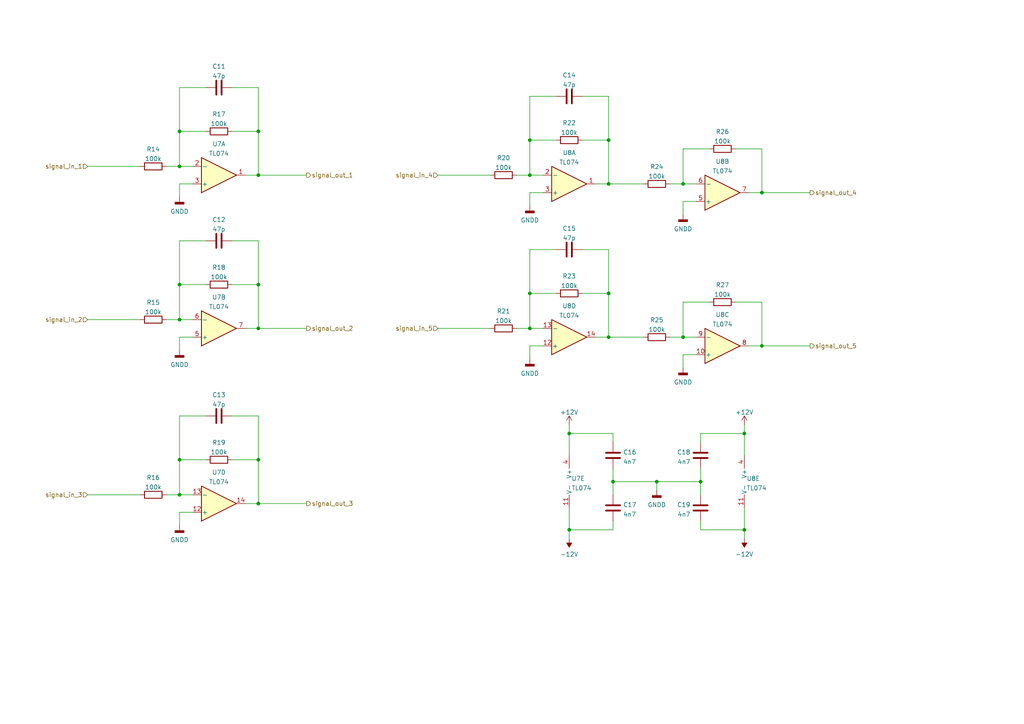
<source format=kicad_sch>
(kicad_sch (version 20211123) (generator eeschema)
  (paper "A4")
  (title_block (title "FGVCO - Core 1") (date "2022-06-30") (company "Filippo Gottardo"))
  (lib_symbols
    (symbol "Amplifier_Operational:TL074" (pin_names (offset 0.127))
      (property "Reference" "U" (at 0 5.08 0))
      (property "Value" "TL074" (at 0 -5.08 0))
      (symbol "TL074_1_1"
        (polyline (pts (xy -5.08 5.08) (xy 5.08 0) (xy -5.08 -5.08) (xy -5.08 5.08)) (stroke (width 0.254)) (fill (type background)))
        (pin output line (at 7.62 0 180) (length 2.54) (name "~") (number "1"))
        (pin input line (at -7.62 -2.54 0) (length 2.54) (name "-") (number "2"))
        (pin input line (at -7.62 2.54 0) (length 2.54) (name "+") (number "3"))
      )
      (symbol "TL074_2_1"
        (polyline (pts (xy -5.08 5.08) (xy 5.08 0) (xy -5.08 -5.08) (xy -5.08 5.08)) (stroke (width 0.254)) (fill (type background)))
        (pin input line (at -7.62 2.54 0) (length 2.54) (name "+") (number "5"))
        (pin input line (at -7.62 -2.54 0) (length 2.54) (name "-") (number "6"))
        (pin output line (at 7.62 0 180) (length 2.54) (name "~") (number "7"))
      )
      (symbol "TL074_3_1"
        (polyline (pts (xy -5.08 5.08) (xy 5.08 0) (xy -5.08 -5.08) (xy -5.08 5.08)) (stroke (width 0.254)) (fill (type background)))
        (pin input line (at -7.62 2.54 0) (length 2.54) (name "+") (number "10"))
        (pin output line (at 7.62 0 180) (length 2.54) (name "~") (number "8"))
        (pin input line (at -7.62 -2.54 0) (length 2.54) (name "-") (number "9"))
      )
      (symbol "TL074_4_1"
        (polyline (pts (xy -5.08 5.08) (xy 5.08 0) (xy -5.08 -5.08) (xy -5.08 5.08)) (stroke (width 0.254)) (fill (type background)))
        (pin input line (at -7.62 2.54 0) (length 2.54) (name "+") (number "12"))
        (pin input line (at -7.62 -2.54 0) (length 2.54) (name "-") (number "13"))
        (pin output line (at 7.62 0 180) (length 2.54) (name "~") (number "14"))
      )
      (symbol "TL074_5_1"
        (pin power_in line (at -2.54 -7.62 90) (length 3.81) (name "V-") (number "11"))
        (pin power_in line (at -2.54 7.62 270) (length 3.81) (name "V+") (number "4"))
      )
    )
    (symbol "Device:C" (pin_numbers hide) (pin_names (offset 0.254))
      (property "Reference" "C" (at 0.635 2.54 0))
      (property "Value" "C" (at 0.635 -2.54 0))
      (symbol "C_0_1"
        (polyline (pts (xy -2.032 -0.762) (xy 2.032 -0.762)) (stroke (width 0.508)))
        (polyline (pts (xy -2.032 0.762) (xy 2.032 0.762)) (stroke (width 0.508)))
      )
      (symbol "C_1_1"
        (pin passive line (at 0 3.81 270) (length 2.794) (name "~") (number "1"))
        (pin passive line (at 0 -3.81 90) (length 2.794) (name "~") (number "2"))
      )
    )
    (symbol "Device:R" (pin_numbers hide) (pin_names (offset 0))
      (property "Reference" "R" (at 2.032 0 90))
      (property "Value" "R" (at 0 0 90))
      (symbol "R_0_1"
        (rectangle (start -1.016 -2.54) (end 1.016 2.54) (stroke (width 0.254)))
      )
      (symbol "R_1_1"
        (pin passive line (at 0 3.81 270) (length 1.27) (name "~") (number "1"))
        (pin passive line (at 0 -3.81 90) (length 1.27) (name "~") (number "2"))
      )
    )
    (symbol "power:+12V" (power) (pin_names (offset 0))
      (property "Value" "+12V" (at 0 3.556 0))
      (symbol "+12V_0_1"
        (polyline (pts (xy -0.762 1.27) (xy 0 2.54)))
        (polyline (pts (xy 0 0) (xy 0 2.54)))
        (polyline (pts (xy 0 2.54) (xy 0.762 1.27)))
      )
      (symbol "+12V_1_1"
        (pin power_in line (at 0 0 90) (length 0) hide (name "+12V") (number "1"))
      )
    )
    (symbol "power:-12V" (power) (pin_names (offset 0))
      (property "Value" "-12V" (at 0 3.81 0))
      (symbol "-12V_0_0"
        (pin power_in line (at 0 0 90) (length 0) hide (name "-12V") (number "1"))
      )
      (symbol "-12V_0_1"
        (polyline (pts (xy 0 0) (xy 0 1.27) (xy 0.762 1.27) (xy 0 2.54) (xy -0.762 1.27) (xy 0 1.27)) (fill (type outline)))
      )
    )
    (symbol "power:GNDD" (power) (pin_names (offset 0))
      (property "Value" "GNDD" (at 0 -3.175 0))
      (symbol "GNDD_0_1"
        (rectangle (start -1.27 -1.524) (end 1.27 -2.032) (stroke (width 0.254)) (fill (type outline)))
        (polyline (pts (xy 0 0) (xy 0 -1.524)))
      )
      (symbol "GNDD_1_1"
        (pin power_in line (at 0 0 270) (length 0) hide (name "GNDD") (number "1"))
      )
    )
  )
  (junction (at 153.67 50.8))
  (junction (at 153.67 85.09))
  (junction (at 176.53 53.34))
  (junction (at 215.9 153.67))
  (junction (at 74.93 50.8))
  (junction (at 74.93 95.25))
  (junction (at 153.67 40.64))
  (junction (at 165.1 125.73))
  (junction (at 52.07 92.71))
  (junction (at 176.53 40.64))
  (junction (at 74.93 133.35))
  (junction (at 177.8 139.7))
  (junction (at 153.67 95.25))
  (junction (at 52.07 133.35))
  (junction (at 198.12 97.79))
  (junction (at 74.93 82.55))
  (junction (at 74.93 146.05))
  (junction (at 74.93 38.1))
  (junction (at 220.98 55.88))
  (junction (at 215.9 125.73))
  (junction (at 220.98 100.33))
  (junction (at 52.07 38.1))
  (junction (at 203.2 139.7))
  (junction (at 176.53 97.79))
  (junction (at 190.5 139.7))
  (junction (at 165.1 153.67))
  (junction (at 52.07 82.55))
  (junction (at 198.12 53.34))
  (junction (at 52.07 143.51))
  (junction (at 52.07 48.26))
  (junction (at 176.53 85.09))
  (wire (pts (xy 52.07 120.65) (xy 52.07 133.35)))
  (wire (pts (xy 176.53 97.79) (xy 172.72 97.79)))
  (wire (pts (xy 220.98 87.63) (xy 220.98 100.33)))
  (wire (pts (xy 153.67 40.64) (xy 153.67 50.8)))
  (wire (pts (xy 220.98 100.33) (xy 234.95 100.33)))
  (wire (pts (xy 127 95.25) (xy 142.24 95.25)))
  (wire (pts (xy 52.07 133.35) (xy 52.07 143.51)))
  (wire (pts (xy 198.12 97.79) (xy 198.12 87.63)))
  (wire (pts (xy 203.2 153.67) (xy 203.2 151.13)))
  (wire (pts (xy 177.8 153.67) (xy 177.8 151.13)))
  (wire (pts (xy 67.31 25.4) (xy 74.93 25.4)))
  (wire (pts (xy 215.9 153.67) (xy 203.2 153.67)))
  (wire (pts (xy 67.31 82.55) (xy 74.93 82.55)))
  (wire (pts (xy 215.9 153.67) (xy 215.9 156.21)))
  (wire (pts (xy 25.4 143.51) (xy 40.64 143.51)))
  (wire (pts (xy 59.69 25.4) (xy 52.07 25.4)))
  (wire (pts (xy 168.91 40.64) (xy 176.53 40.64)))
  (wire (pts (xy 176.53 85.09) (xy 176.53 97.79)))
  (wire (pts (xy 52.07 69.85) (xy 52.07 82.55)))
  (wire (pts (xy 52.07 48.26) (xy 55.88 48.26)))
  (wire (pts (xy 198.12 43.18) (xy 205.74 43.18)))
  (wire (pts (xy 168.91 27.94) (xy 176.53 27.94)))
  (wire (pts (xy 176.53 27.94) (xy 176.53 40.64)))
  (wire (pts (xy 153.67 95.25) (xy 157.48 95.25)))
  (wire (pts (xy 149.86 95.25) (xy 153.67 95.25)))
  (wire (pts (xy 67.31 120.65) (xy 74.93 120.65)))
  (wire (pts (xy 165.1 123.19) (xy 165.1 125.73)))
  (wire (pts (xy 177.8 139.7) (xy 190.5 139.7)))
  (wire (pts (xy 153.67 59.69) (xy 153.67 55.88)))
  (wire (pts (xy 74.93 120.65) (xy 74.93 133.35)))
  (wire (pts (xy 176.53 53.34) (xy 172.72 53.34)))
  (wire (pts (xy 153.67 27.94) (xy 153.67 40.64)))
  (wire (pts (xy 220.98 100.33) (xy 217.17 100.33)))
  (wire (pts (xy 161.29 27.94) (xy 153.67 27.94)))
  (wire (pts (xy 153.67 72.39) (xy 153.67 85.09)))
  (wire (pts (xy 165.1 125.73) (xy 165.1 132.08)))
  (wire (pts (xy 74.93 82.55) (xy 74.93 95.25)))
  (wire (pts (xy 52.07 92.71) (xy 55.88 92.71)))
  (wire (pts (xy 74.93 50.8) (xy 88.9 50.8)))
  (wire (pts (xy 74.93 50.8) (xy 71.12 50.8)))
  (wire (pts (xy 220.98 43.18) (xy 220.98 55.88)))
  (wire (pts (xy 127 50.8) (xy 142.24 50.8)))
  (wire (pts (xy 177.8 139.7) (xy 177.8 143.51)))
  (wire (pts (xy 52.07 25.4) (xy 52.07 38.1)))
  (wire (pts (xy 215.9 125.73) (xy 203.2 125.73)))
  (wire (pts (xy 198.12 102.87) (xy 201.93 102.87)))
  (wire (pts (xy 176.53 53.34) (xy 186.69 53.34)))
  (wire (pts (xy 67.31 38.1) (xy 74.93 38.1)))
  (wire (pts (xy 198.12 106.68) (xy 198.12 102.87)))
  (wire (pts (xy 74.93 95.25) (xy 71.12 95.25)))
  (wire (pts (xy 168.91 85.09) (xy 176.53 85.09)))
  (wire (pts (xy 198.12 58.42) (xy 201.93 58.42)))
  (wire (pts (xy 59.69 38.1) (xy 52.07 38.1)))
  (wire (pts (xy 59.69 120.65) (xy 52.07 120.65)))
  (wire (pts (xy 215.9 147.32) (xy 215.9 153.67)))
  (wire (pts (xy 59.69 133.35) (xy 52.07 133.35)))
  (wire (pts (xy 198.12 53.34) (xy 198.12 43.18)))
  (wire (pts (xy 176.53 72.39) (xy 176.53 85.09)))
  (wire (pts (xy 220.98 55.88) (xy 217.17 55.88)))
  (wire (pts (xy 52.07 53.34) (xy 55.88 53.34)))
  (wire (pts (xy 52.07 143.51) (xy 55.88 143.51)))
  (wire (pts (xy 165.1 153.67) (xy 165.1 156.21)))
  (wire (pts (xy 198.12 62.23) (xy 198.12 58.42)))
  (wire (pts (xy 25.4 92.71) (xy 40.64 92.71)))
  (wire (pts (xy 74.93 38.1) (xy 74.93 50.8)))
  (wire (pts (xy 165.1 147.32) (xy 165.1 153.67)))
  (wire (pts (xy 198.12 87.63) (xy 205.74 87.63)))
  (wire (pts (xy 194.31 53.34) (xy 198.12 53.34)))
  (wire (pts (xy 52.07 148.59) (xy 55.88 148.59)))
  (wire (pts (xy 52.07 57.15) (xy 52.07 53.34)))
  (wire (pts (xy 52.07 101.6) (xy 52.07 97.79)))
  (wire (pts (xy 59.69 69.85) (xy 52.07 69.85)))
  (wire (pts (xy 74.93 133.35) (xy 74.93 146.05)))
  (wire (pts (xy 203.2 139.7) (xy 190.5 139.7)))
  (wire (pts (xy 165.1 153.67) (xy 177.8 153.67)))
  (wire (pts (xy 176.53 40.64) (xy 176.53 53.34)))
  (wire (pts (xy 149.86 50.8) (xy 153.67 50.8)))
  (wire (pts (xy 194.31 97.79) (xy 198.12 97.79)))
  (wire (pts (xy 48.26 143.51) (xy 52.07 143.51)))
  (wire (pts (xy 153.67 100.33) (xy 157.48 100.33)))
  (wire (pts (xy 198.12 97.79) (xy 201.93 97.79)))
  (wire (pts (xy 177.8 125.73) (xy 177.8 128.27)))
  (wire (pts (xy 52.07 152.4) (xy 52.07 148.59)))
  (wire (pts (xy 48.26 92.71) (xy 52.07 92.71)))
  (wire (pts (xy 190.5 139.7) (xy 190.5 142.24)))
  (wire (pts (xy 25.4 48.26) (xy 40.64 48.26)))
  (wire (pts (xy 168.91 72.39) (xy 176.53 72.39)))
  (wire (pts (xy 161.29 40.64) (xy 153.67 40.64)))
  (wire (pts (xy 177.8 135.89) (xy 177.8 139.7)))
  (wire (pts (xy 203.2 139.7) (xy 203.2 143.51)))
  (wire (pts (xy 52.07 97.79) (xy 55.88 97.79)))
  (wire (pts (xy 153.67 85.09) (xy 153.67 95.25)))
  (wire (pts (xy 215.9 125.73) (xy 215.9 132.08)))
  (wire (pts (xy 48.26 48.26) (xy 52.07 48.26)))
  (wire (pts (xy 74.93 25.4) (xy 74.93 38.1)))
  (wire (pts (xy 203.2 135.89) (xy 203.2 139.7)))
  (wire (pts (xy 153.67 50.8) (xy 157.48 50.8)))
  (wire (pts (xy 67.31 69.85) (xy 74.93 69.85)))
  (wire (pts (xy 215.9 123.19) (xy 215.9 125.73)))
  (wire (pts (xy 165.1 125.73) (xy 177.8 125.73)))
  (wire (pts (xy 74.93 146.05) (xy 88.9 146.05)))
  (wire (pts (xy 52.07 38.1) (xy 52.07 48.26)))
  (wire (pts (xy 153.67 55.88) (xy 157.48 55.88)))
  (wire (pts (xy 67.31 133.35) (xy 74.93 133.35)))
  (wire (pts (xy 161.29 85.09) (xy 153.67 85.09)))
  (wire (pts (xy 176.53 97.79) (xy 186.69 97.79)))
  (wire (pts (xy 213.36 43.18) (xy 220.98 43.18)))
  (wire (pts (xy 220.98 55.88) (xy 234.95 55.88)))
  (wire (pts (xy 74.93 146.05) (xy 71.12 146.05)))
  (wire (pts (xy 74.93 69.85) (xy 74.93 82.55)))
  (wire (pts (xy 59.69 82.55) (xy 52.07 82.55)))
  (wire (pts (xy 153.67 104.14) (xy 153.67 100.33)))
  (wire (pts (xy 203.2 125.73) (xy 203.2 128.27)))
  (wire (pts (xy 213.36 87.63) (xy 220.98 87.63)))
  (wire (pts (xy 74.93 95.25) (xy 88.9 95.25)))
  (wire (pts (xy 198.12 53.34) (xy 201.93 53.34)))
  (wire (pts (xy 161.29 72.39) (xy 153.67 72.39)))
  (wire (pts (xy 52.07 82.55) (xy 52.07 92.71)))
  (hierarchical_label "signal_in_1" (shape input) (at 25.4 48.26 180))
  (hierarchical_label "signal_out_1" (shape output) (at 88.9 50.8 0))
  (hierarchical_label "signal_in_2" (shape input) (at 25.4 92.71 180))
  (hierarchical_label "signal_in_4" (shape input) (at 127 50.8 180))
  (hierarchical_label "signal_out_4" (shape output) (at 234.95 55.88 0))
  (hierarchical_label "signal_out_2" (shape output) (at 88.9 95.25 0))
  (hierarchical_label "signal_out_3" (shape output) (at 88.9 146.05 0))
  (hierarchical_label "signal_in_5" (shape input) (at 127 95.25 180))
  (hierarchical_label "signal_out_5" (shape output) (at 234.95 100.33 0))
  (hierarchical_label "signal_in_3" (shape input) (at 25.4 143.51 180))
  (symbol (lib_id "Device:R") (at 209.55 87.63 90) (unit 1)
    (property "Reference" "R27" (at 209.55 82.6475 90))
    (property "Value" "100k" (at 209.55 85.4226 90))
    (property "Footprint" "Resistor_THT:R_Axial_DIN0207_L6.3mm_D2.5mm_P10.16mm_Horizontal" (effects hide))
  )
  (symbol (lib_id "Device:C") (at 63.5 69.85 90) (unit 1)
    (property "Reference" "C12" (at 63.5 63.7245 90))
    (property "Value" "47p" (at 63.5 66.4996 90))
    (property "Footprint" "Custom Footprints:C_Disc_P2.54mm" (effects hide))
  )
  (symbol (lib_id "power:GNDD") (at 52.07 152.4 0) (unit 1)
    (property "Reference" "#PWR0147" (effects hide))
    (property "Value" "GNDD" (at 52.07 156.5815 0))
  )
  (symbol (lib_id "power:GNDD") (at 198.12 62.23 0) (unit 1)
    (property "Reference" "#PWR0143" (effects hide))
    (property "Value" "GNDD" (at 198.12 66.4115 0))
  )
  (symbol (lib_id "power:GNDD") (at 190.5 142.24 0) (unit 1)
    (property "Reference" "#PWR0153" (effects hide))
    (property "Value" "GNDD" (at 190.5 146.4215 0))
  )
  (symbol (lib_id "Device:R") (at 63.5 38.1 90) (unit 1)
    (property "Reference" "R17" (at 63.5 33.1175 90))
    (property "Value" "100k" (at 63.5 35.8926 90))
    (property "Footprint" "Resistor_THT:R_Axial_DIN0207_L6.3mm_D2.5mm_P10.16mm_Horizontal" (effects hide))
  )
  (symbol (lib_id "Device:R") (at 146.05 95.25 90) (unit 1)
    (property "Reference" "R21" (at 146.05 90.2675 90))
    (property "Value" "100k" (at 146.05 93.0426 90))
    (property "Footprint" "Resistor_THT:R_Axial_DIN0207_L6.3mm_D2.5mm_P10.16mm_Horizontal" (effects hide))
  )
  (symbol (lib_id "Device:R") (at 209.55 43.18 90) (unit 1)
    (property "Reference" "R26" (at 209.55 38.1975 90))
    (property "Value" "100k" (at 209.55 40.9726 90))
    (property "Footprint" "Resistor_THT:R_Axial_DIN0207_L6.3mm_D2.5mm_P10.16mm_Horizontal" (effects hide))
  )
  (symbol (lib_id "Device:C") (at 203.2 147.32 0) (mirror y) (unit 1)
    (property "Reference" "C19" (at 200.279 146.4115 0) (effects (justify left)))
    (property "Value" "4n7" (at 200.279 149.1866 0) (effects (justify left)))
    (property "Footprint" "Custom Footprints:C_Disc_P2.54mm" (effects hide))
  )
  (symbol (lib_id "power:-12V") (at 165.1 156.21 180) (unit 1)
    (property "Reference" "#PWR0151" (effects hide))
    (property "Value" "-12V" (at 165.1 160.7725 0))
  )
  (symbol (lib_id "Device:R") (at 63.5 133.35 90) (unit 1)
    (property "Reference" "R19" (at 63.5 128.3675 90))
    (property "Value" "100k" (at 63.5 131.1426 90))
    (property "Footprint" "Resistor_THT:R_Axial_DIN0207_L6.3mm_D2.5mm_P10.16mm_Horizontal" (effects hide))
  )
  (symbol (lib_id "Amplifier_Operational:TL074") (at 63.5 146.05 0) (mirror x) (unit 4)
    (property "Reference" "U7" (at 63.5 137.0035 0))
    (property "Value" "TL074" (at 63.5 139.7786 0))
    (property "Footprint" "Custom Footprints:DIP-14_central_caps" (effects hide))
    (property "Datasheet" "http://www.ti.com/lit/ds/symlink/tl071.pdf" (effects hide))
  )
  (symbol (lib_id "Device:R") (at 165.1 40.64 90) (unit 1)
    (property "Reference" "R22" (at 165.1 35.6575 90))
    (property "Value" "100k" (at 165.1 38.4326 90))
    (property "Footprint" "Resistor_THT:R_Axial_DIN0207_L6.3mm_D2.5mm_P10.16mm_Horizontal" (effects hide))
  )
  (symbol (lib_id "Device:C") (at 203.2 132.08 0) (mirror y) (unit 1)
    (property "Reference" "C18" (at 200.279 131.1715 0) (effects (justify left)))
    (property "Value" "4n7" (at 200.279 133.9466 0) (effects (justify left)))
    (property "Footprint" "Custom Footprints:C_Disc_P2.54mm" (effects hide))
  )
  (symbol (lib_id "Device:C") (at 177.8 147.32 0) (unit 1)
    (property "Reference" "C17" (at 180.721 146.4115 0) (effects (justify left)))
    (property "Value" "4n7" (at 180.721 149.1866 0) (effects (justify left)))
    (property "Footprint" "Custom Footprints:C_Disc_P2.54mm" (effects hide))
  )
  (symbol (lib_id "power:GNDD") (at 52.07 57.15 0) (unit 1)
    (property "Reference" "#PWR0144" (effects hide))
    (property "Value" "GNDD" (at 52.07 61.3315 0))
  )
  (symbol (lib_id "Amplifier_Operational:TL074") (at 63.5 95.25 0) (mirror x) (unit 2)
    (property "Reference" "U7" (at 63.5 86.2035 0))
    (property "Value" "TL074" (at 63.5 88.9786 0))
    (property "Footprint" "Custom Footprints:DIP-14_central_caps" (effects hide))
    (property "Datasheet" "http://www.ti.com/lit/ds/symlink/tl071.pdf" (effects hide))
  )
  (symbol (lib_id "power:GNDD") (at 52.07 101.6 0) (unit 1)
    (property "Reference" "#PWR0148" (effects hide))
    (property "Value" "GNDD" (at 52.07 105.7815 0))
  )
  (symbol (lib_id "Amplifier_Operational:TL074") (at 165.1 97.79 0) (mirror x) (unit 4)
    (property "Reference" "U8" (at 165.1 88.7435 0))
    (property "Value" "TL074" (at 165.1 91.5186 0))
    (property "Footprint" "Custom Footprints:DIP-14_central_caps" (effects hide))
    (property "Datasheet" "http://www.ti.com/lit/ds/symlink/tl071.pdf" (effects hide))
  )
  (symbol (lib_id "power:GNDD") (at 198.12 106.68 0) (unit 1)
    (property "Reference" "#PWR0142" (effects hide))
    (property "Value" "GNDD" (at 198.12 110.8615 0))
  )
  (symbol (lib_id "Device:R") (at 63.5 82.55 90) (unit 1)
    (property "Reference" "R18" (at 63.5 77.5675 90))
    (property "Value" "100k" (at 63.5 80.3426 90))
    (property "Footprint" "Resistor_THT:R_Axial_DIN0207_L6.3mm_D2.5mm_P10.16mm_Horizontal" (effects hide))
  )
  (symbol (lib_id "power:GNDD") (at 153.67 59.69 0) (unit 1)
    (property "Reference" "#PWR0145" (effects hide))
    (property "Value" "GNDD" (at 153.67 63.8715 0))
  )
  (symbol (lib_id "Device:R") (at 44.45 143.51 90) (unit 1)
    (property "Reference" "R16" (at 44.45 138.5275 90))
    (property "Value" "100k" (at 44.45 141.3026 90))
    (property "Footprint" "Resistor_THT:R_Axial_DIN0207_L6.3mm_D2.5mm_P10.16mm_Horizontal" (effects hide))
  )
  (symbol (lib_id "Amplifier_Operational:TL074") (at 167.64 139.7 0) (unit 5)
    (property "Reference" "U7" (at 165.735 138.7915 0) (effects (justify left)))
    (property "Value" "TL074" (at 165.735 141.5666 0) (effects (justify left)))
    (property "Footprint" "Custom Footprints:DIP-14_central_caps" (effects hide))
    (property "Datasheet" "http://www.ti.com/lit/ds/symlink/tl071.pdf" (effects hide))
  )
  (symbol (lib_id "Amplifier_Operational:TL074") (at 63.5 50.8 0) (mirror x) (unit 1)
    (property "Reference" "U7" (at 63.5 41.7535 0))
    (property "Value" "TL074" (at 63.5 44.5286 0))
    (property "Footprint" "Custom Footprints:DIP-14_central_caps" (effects hide))
    (property "Datasheet" "http://www.ti.com/lit/ds/symlink/tl071.pdf" (effects hide))
  )
  (symbol (lib_id "Amplifier_Operational:TL074") (at 165.1 53.34 0) (mirror x) (unit 1)
    (property "Reference" "U8" (at 165.1 44.2935 0))
    (property "Value" "TL074" (at 165.1 47.0686 0))
    (property "Footprint" "Custom Footprints:DIP-14_central_caps" (effects hide))
    (property "Datasheet" "http://www.ti.com/lit/ds/symlink/tl071.pdf" (effects hide))
  )
  (symbol (lib_id "Device:R") (at 44.45 48.26 90) (unit 1)
    (property "Reference" "R14" (at 44.45 43.2775 90))
    (property "Value" "100k" (at 44.45 46.0526 90))
    (property "Footprint" "Resistor_THT:R_Axial_DIN0207_L6.3mm_D2.5mm_P10.16mm_Horizontal" (effects hide))
  )
  (symbol (lib_id "Device:C") (at 165.1 27.94 90) (unit 1)
    (property "Reference" "C14" (at 165.1 21.8145 90))
    (property "Value" "47p" (at 165.1 24.5896 90))
    (property "Footprint" "Custom Footprints:C_Disc_P2.54mm" (effects hide))
  )
  (symbol (lib_id "Device:R") (at 146.05 50.8 90) (unit 1)
    (property "Reference" "R20" (at 146.05 45.8175 90))
    (property "Value" "100k" (at 146.05 48.5926 90))
    (property "Footprint" "Resistor_THT:R_Axial_DIN0207_L6.3mm_D2.5mm_P10.16mm_Horizontal" (effects hide))
  )
  (symbol (lib_id "Amplifier_Operational:TL074") (at 218.44 139.7 0) (unit 5)
    (property "Reference" "U8" (at 216.535 138.7915 0) (effects (justify left)))
    (property "Value" "TL074" (at 216.535 141.5666 0) (effects (justify left)))
    (property "Footprint" "Custom Footprints:DIP-14_central_caps" (effects hide))
    (property "Datasheet" "http://www.ti.com/lit/ds/symlink/tl071.pdf" (effects hide))
  )
  (symbol (lib_id "Device:C") (at 177.8 132.08 0) (unit 1)
    (property "Reference" "C16" (at 180.721 131.1715 0) (effects (justify left)))
    (property "Value" "4n7" (at 180.721 133.9466 0) (effects (justify left)))
    (property "Footprint" "Custom Footprints:C_Disc_P2.54mm" (effects hide))
  )
  (symbol (lib_id "power:+12V") (at 215.9 123.19 0) (unit 1)
    (property "Reference" "#PWR0152" (effects hide))
    (property "Value" "+12V" (at 215.9 119.5855 0))
  )
  (symbol (lib_id "Device:C") (at 165.1 72.39 90) (unit 1)
    (property "Reference" "C15" (at 165.1 66.2645 90))
    (property "Value" "47p" (at 165.1 69.0396 90))
    (property "Footprint" "Custom Footprints:C_Disc_P2.54mm" (effects hide))
  )
  (symbol (lib_id "Device:R") (at 44.45 92.71 90) (unit 1)
    (property "Reference" "R15" (at 44.45 87.7275 90))
    (property "Value" "100k" (at 44.45 90.5026 90))
    (property "Footprint" "Resistor_THT:R_Axial_DIN0207_L6.3mm_D2.5mm_P10.16mm_Horizontal" (effects hide))
  )
  (symbol (lib_id "Device:C") (at 63.5 120.65 90) (unit 1)
    (property "Reference" "C13" (at 63.5 114.5245 90))
    (property "Value" "47p" (at 63.5 117.2996 90))
    (property "Footprint" "Custom Footprints:C_Disc_P2.54mm" (effects hide))
  )
  (symbol (lib_id "Amplifier_Operational:TL074") (at 209.55 55.88 0) (mirror x) (unit 2)
    (property "Reference" "U8" (at 209.55 46.8335 0))
    (property "Value" "TL074" (at 209.55 49.6086 0))
    (property "Footprint" "Custom Footprints:DIP-14_central_caps" (effects hide))
    (property "Datasheet" "http://www.ti.com/lit/ds/symlink/tl071.pdf" (effects hide))
  )
  (symbol (lib_id "power:-12V") (at 215.9 156.21 180) (unit 1)
    (property "Reference" "#PWR0149" (effects hide))
    (property "Value" "-12V" (at 215.9 160.7725 0))
  )
  (symbol (lib_id "Device:R") (at 165.1 85.09 90) (unit 1)
    (property "Reference" "R23" (at 165.1 80.1075 90))
    (property "Value" "100k" (at 165.1 82.8826 90))
    (property "Footprint" "Resistor_THT:R_Axial_DIN0207_L6.3mm_D2.5mm_P10.16mm_Horizontal" (effects hide))
  )
  (symbol (lib_id "Device:R") (at 190.5 97.79 90) (unit 1)
    (property "Reference" "R25" (at 190.5 92.8075 90))
    (property "Value" "100k" (at 190.5 95.5826 90))
    (property "Footprint" "Resistor_THT:R_Axial_DIN0207_L6.3mm_D2.5mm_P10.16mm_Horizontal" (effects hide))
  )
  (symbol (lib_id "Device:R") (at 190.5 53.34 90) (unit 1)
    (property "Reference" "R24" (at 190.5 48.3575 90))
    (property "Value" "100k" (at 190.5 51.1326 90))
    (property "Footprint" "Resistor_THT:R_Axial_DIN0207_L6.3mm_D2.5mm_P10.16mm_Horizontal" (effects hide))
  )
  (symbol (lib_id "power:+12V") (at 165.1 123.19 0) (unit 1)
    (property "Reference" "#PWR0150" (effects hide))
    (property "Value" "+12V" (at 165.1 119.5855 0))
  )
  (symbol (lib_id "power:GNDD") (at 153.67 104.14 0) (unit 1)
    (property "Reference" "#PWR0146" (effects hide))
    (property "Value" "GNDD" (at 153.67 108.3215 0))
  )
  (symbol (lib_id "Amplifier_Operational:TL074") (at 209.55 100.33 0) (mirror x) (unit 3)
    (property "Reference" "U8" (at 209.55 91.2835 0))
    (property "Value" "TL074" (at 209.55 94.0586 0))
    (property "Footprint" "Custom Footprints:DIP-14_central_caps" (effects hide))
    (property "Datasheet" "http://www.ti.com/lit/ds/symlink/tl071.pdf" (effects hide))
  )
  (symbol (lib_id "Device:C") (at 63.5 25.4 90) (unit 1)
    (property "Reference" "C11" (at 63.5 19.2745 90))
    (property "Value" "47p" (at 63.5 22.0496 90))
    (property "Footprint" "Custom Footprints:C_Disc_P2.54mm" (effects hide))
  )
)
</source>
